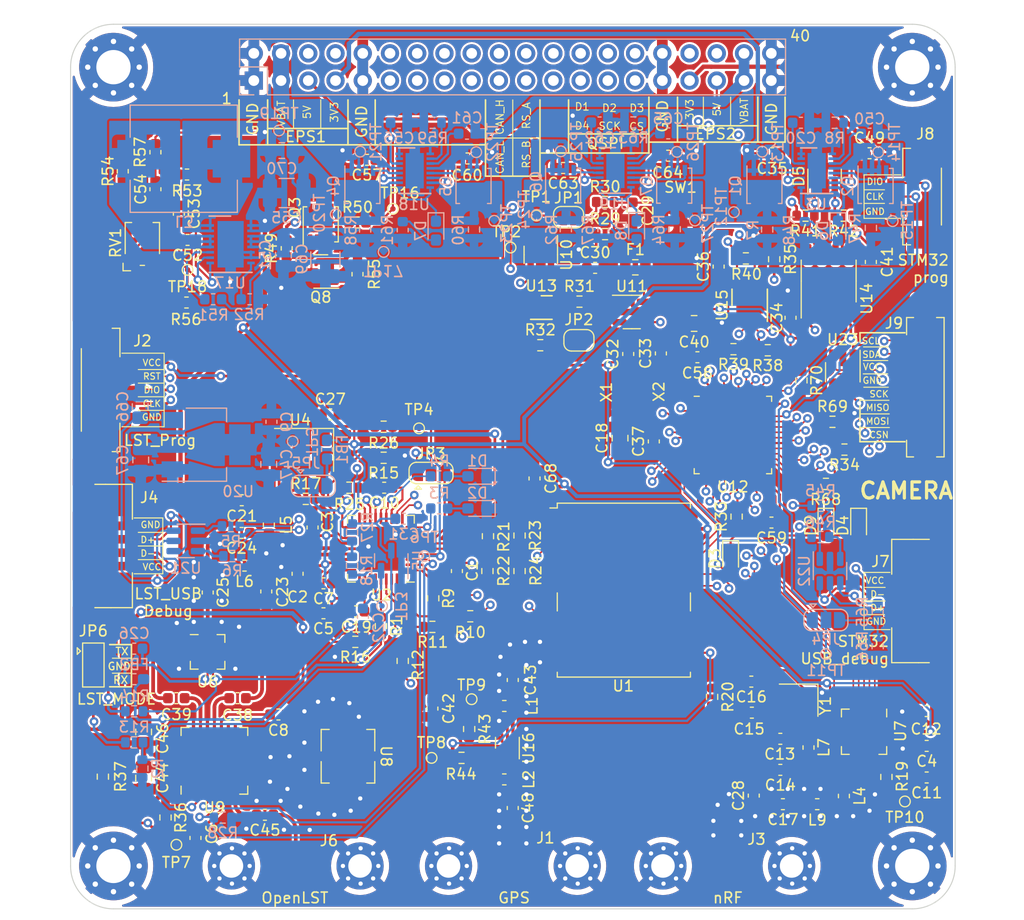
<source format=kicad_pcb>
(kicad_pcb (version 20211014) (generator pcbnew)

  (general
    (thickness 0.986)
  )

  (paper "A4")
  (layers
    (0 "F.Cu" power)
    (1 "In1.Cu" mixed)
    (2 "In2.Cu" mixed)
    (31 "B.Cu" power)
    (32 "B.Adhes" user "B.Adhesive")
    (33 "F.Adhes" user "F.Adhesive")
    (34 "B.Paste" user)
    (35 "F.Paste" user)
    (36 "B.SilkS" user "B.Silkscreen")
    (37 "F.SilkS" user "F.Silkscreen")
    (38 "B.Mask" user)
    (39 "F.Mask" user)
    (40 "Dwgs.User" user "User.Drawings")
    (41 "Cmts.User" user "User.Comments")
    (42 "Eco1.User" user "User.Eco1")
    (43 "Eco2.User" user "User.Eco2")
    (44 "Edge.Cuts" user)
    (45 "Margin" user)
    (46 "B.CrtYd" user "B.Courtyard")
    (47 "F.CrtYd" user "F.Courtyard")
    (48 "B.Fab" user)
    (49 "F.Fab" user)
    (50 "User.1" user)
    (51 "User.2" user)
    (52 "User.3" user)
    (53 "User.4" user)
    (54 "User.5" user)
    (55 "User.6" user)
    (56 "User.7" user)
    (57 "User.8" user)
    (58 "User.9" user)
  )

  (setup
    (stackup
      (layer "F.SilkS" (type "Top Silk Screen"))
      (layer "F.Paste" (type "Top Solder Paste"))
      (layer "F.Mask" (type "Top Solder Mask") (thickness 0.01))
      (layer "F.Cu" (type "copper") (thickness 0.018))
      (layer "dielectric 1" (type "core") (thickness 0.175) (material "FR4") (epsilon_r 4.5) (loss_tangent 0.02))
      (layer "In1.Cu" (type "copper") (thickness 0.035))
      (layer "dielectric 2" (type "prepreg") (thickness 0.51) (material "FR4") (epsilon_r 4.5) (loss_tangent 0.02))
      (layer "In2.Cu" (type "copper") (thickness 0.035))
      (layer "dielectric 3" (type "core") (thickness 0.175) (material "FR4") (epsilon_r 4.5) (loss_tangent 0.02))
      (layer "B.Cu" (type "copper") (thickness 0.018))
      (layer "B.Mask" (type "Bottom Solder Mask") (thickness 0.01))
      (layer "B.Paste" (type "Bottom Solder Paste"))
      (layer "B.SilkS" (type "Bottom Silk Screen"))
      (copper_finish "None")
      (dielectric_constraints no)
    )
    (pad_to_mask_clearance 0)
    (pcbplotparams
      (layerselection 0x00010fc_ffffffff)
      (disableapertmacros false)
      (usegerberextensions false)
      (usegerberattributes true)
      (usegerberadvancedattributes true)
      (creategerberjobfile true)
      (svguseinch false)
      (svgprecision 6)
      (excludeedgelayer true)
      (plotframeref false)
      (viasonmask false)
      (mode 1)
      (useauxorigin false)
      (hpglpennumber 1)
      (hpglpenspeed 20)
      (hpglpendiameter 15.000000)
      (dxfpolygonmode true)
      (dxfimperialunits true)
      (dxfusepcbnewfont true)
      (psnegative false)
      (psa4output false)
      (plotreference true)
      (plotvalue true)
      (plotinvisibletext false)
      (sketchpadsonfab false)
      (subtractmaskfromsilk false)
      (outputformat 1)
      (mirror false)
      (drillshape 1)
      (scaleselection 1)
      (outputdirectory "")
    )
  )

  (net 0 "")
  (net 1 "Net-(C1-Pad1)")
  (net 2 "GND")
  (net 3 "+3V3")
  (net 4 "/OpenLST (Beacon)/PA_VAPC")
  (net 5 "+3V8")
  (net 6 "/OpenLST (Beacon)/VDD_USB_LST")
  (net 7 "Net-(C12-Pad1)")
  (net 8 "Net-(C13-Pad2)")
  (net 9 "Net-(C15-Pad1)")
  (net 10 "Net-(C16-Pad1)")
  (net 11 "Net-(C17-Pad1)")
  (net 12 "Net-(C17-Pad2)")
  (net 13 "/MCU/MCU_POWER")
  (net 14 "Net-(C19-Pad1)")
  (net 15 "/3V3 power share/VCC_EN")
  (net 16 "Net-(C21-Pad2)")
  (net 17 "Net-(C22-Pad1)")
  (net 18 "Net-(C23-Pad2)")
  (net 19 "Net-(C24-Pad1)")
  (net 20 "Net-(C24-Pad2)")
  (net 21 "Net-(C25-Pad2)")
  (net 22 "Net-(C26-Pad1)")
  (net 23 "Net-(C29-Pad1)")
  (net 24 "/3V3 power share/EPS#1")
  (net 25 "Net-(C35-Pad2)")
  (net 26 "Net-(C38-Pad1)")
  (net 27 "Net-(C38-Pad2)")
  (net 28 "Net-(C39-Pad1)")
  (net 29 "Net-(C39-Pad2)")
  (net 30 "/MCU/VREF")
  (net 31 "Net-(C42-Pad1)")
  (net 32 "Net-(C43-Pad1)")
  (net 33 "Net-(C43-Pad2)")
  (net 34 "Net-(C45-Pad1)")
  (net 35 "Net-(C45-Pad2)")
  (net 36 "Net-(C48-Pad1)")
  (net 37 "Net-(C48-Pad2)")
  (net 38 "Net-(C49-Pad1)")
  (net 39 "/3V3 power share/EPS#2")
  (net 40 "Net-(C50-Pad1)")
  (net 41 "VIN")
  (net 42 "Net-(C52-Pad1)")
  (net 43 "Net-(C52-Pad2)")
  (net 44 "Net-(C53-Pad1)")
  (net 45 "Net-(C54-Pad1)")
  (net 46 "/Power Convertor/VBAT1/VCC_EN")
  (net 47 "/Power Convertor/EPS#1_VBAT")
  (net 48 "Net-(C57-Pad2)")
  (net 49 "Net-(C60-Pad1)")
  (net 50 "/Power Convertor/EPS#2_VBAT")
  (net 51 "Net-(C61-Pad1)")
  (net 52 "/5V power share/VCC_EN")
  (net 53 "/5V power share/EPS#1")
  (net 54 "Net-(C63-Pad2)")
  (net 55 "Net-(C64-Pad1)")
  (net 56 "/5V power share/EPS#2")
  (net 57 "Net-(C65-Pad1)")
  (net 58 "/OpenLST (Beacon)/USB_POWER_LST")
  (net 59 "Net-(D1-Pad2)")
  (net 60 "Net-(D2-Pad2)")
  (net 61 "Net-(D3-Pad1)")
  (net 62 "Net-(D4-Pad1)")
  (net 63 "/MCU/CAN_L")
  (net 64 "/MCU/CAN_H")
  (net 65 "Net-(D6-Pad1)")
  (net 66 "Net-(D6-Pad2)")
  (net 67 "Net-(D7-Pad1)")
  (net 68 "Net-(D7-Pad2)")
  (net 69 "Net-(D8-Pad1)")
  (net 70 "Net-(D8-Pad2)")
  (net 71 "Net-(D9-Pad1)")
  (net 72 "Net-(F1-Pad2)")
  (net 73 "Net-(FB1-Pad1)")
  (net 74 "/OpenLST (Beacon)/PROG_DD")
  (net 75 "/OpenLST (Beacon)/PROG_DC")
  (net 76 "/OpenLST (Beacon)/~{LST_RESET}")
  (net 77 "/MCU/USB_POWER")
  (net 78 "/MCU/SWCLK")
  (net 79 "/MCU/SWDIO")
  (net 80 "/MCU/QSPI_D1{slash}CAM_CSN")
  (net 81 "/MCU/QSPI_D2{slash}CAM_MOSI")
  (net 82 "/MCU/QSPI_D3{slash}CAM_MISO")
  (net 83 "/MCU/CAM_SCK")
  (net 84 "+5V")
  (net 85 "/I2C_SDA")
  (net 86 "/I2C_SCL")
  (net 87 "unconnected-(J12-Pad6)")
  (net 88 "unconnected-(J12-Pad8)")
  (net 89 "unconnected-(J12-Pad11)")
  (net 90 "unconnected-(J12-Pad12)")
  (net 91 "unconnected-(J12-Pad13)")
  (net 92 "unconnected-(J12-Pad14)")
  (net 93 "unconnected-(J12-Pad15)")
  (net 94 "unconnected-(J12-Pad16)")
  (net 95 "unconnected-(J12-Pad17)")
  (net 96 "unconnected-(J12-Pad18)")
  (net 97 "/MCU/RS_485_~{B}")
  (net 98 "/MCU/RS_485_A")
  (net 99 "unconnected-(J12-Pad23)")
  (net 100 "unconnected-(J12-Pad24)")
  (net 101 "/MCU/QSPI_D0")
  (net 102 "/MCU/QSPI_SCK")
  (net 103 "/MCU/QSPI_NCS")
  (net 104 "unconnected-(J12-Pad34)")
  (net 105 "unconnected-(J12-Pad36)")
  (net 106 "Net-(JP1-Pad1)")
  (net 107 "/MCU/NRST")
  (net 108 "Net-(JP2-Pad1)")
  (net 109 "Net-(JP2-Pad2)")
  (net 110 "/OpenLST (Beacon)/RF_EN")
  (net 111 "/OpenLST (Beacon)/RF_EN_MCU")
  (net 112 "/OpenLST (Beacon)/RF_PWR_EN")
  (net 113 "Net-(JP4-Pad3)")
  (net 114 "/MCU/VDD_USB")
  (net 115 "Net-(L3-Pad1)")
  (net 116 "Net-(L3-Pad2)")
  (net 117 "Net-(L4-Pad1)")
  (net 118 "Net-(L4-Pad2)")
  (net 119 "Net-(Q1-Pad5)")
  (net 120 "Net-(Q1-Pad4)")
  (net 121 "Net-(Q2-Pad4)")
  (net 122 "Net-(Q2-Pad5)")
  (net 123 "Net-(Q3-Pad4)")
  (net 124 "Net-(Q3-Pad5)")
  (net 125 "Net-(Q4-Pad5)")
  (net 126 "Net-(Q4-Pad4)")
  (net 127 "Net-(Q5-Pad4)")
  (net 128 "Net-(Q5-Pad5)")
  (net 129 "Net-(Q6-Pad5)")
  (net 130 "Net-(Q6-Pad4)")
  (net 131 "Net-(Q7-Pad4)")
  (net 132 "Net-(Q7-Pad5)")
  (net 133 "/OpenLST (Beacon)/~{LST_RX_MODE}")
  (net 134 "/OpenLST (Beacon)/LST_TX_MODE")
  (net 135 "Net-(R3-Pad2)")
  (net 136 "Net-(R4-Pad2)")
  (net 137 "Net-(R5-Pad1)")
  (net 138 "/OpenLST (Beacon)/USB_N")
  (net 139 "/OpenLST (Beacon)/USB_P")
  (net 140 "Net-(R6-Pad2)")
  (net 141 "Net-(R8-Pad2)")
  (net 142 "Net-(R9-Pad1)")
  (net 143 "/OpenLST (Beacon)/UART0_CTS")
  (net 144 "Net-(R10-Pad1)")
  (net 145 "/OpenLST (Beacon)/UART0_RTS")
  (net 146 "Net-(R11-Pad1)")
  (net 147 "/OpenLST (Beacon)/UART0_RX")
  (net 148 "Net-(R12-Pad1)")
  (net 149 "/OpenLST (Beacon)/UART0_TX")
  (net 150 "Net-(R15-Pad2)")
  (net 151 "Net-(R16-Pad2)")
  (net 152 "Net-(R17-Pad1)")
  (net 153 "Net-(R17-Pad2)")
  (net 154 "Net-(R19-Pad2)")
  (net 155 "/OpenLST (Beacon)/AN0")
  (net 156 "/OpenLST (Beacon)/AN1")
  (net 157 "Net-(R25-Pad2)")
  (net 158 "/OpenLST (Beacon)/RF_BYP")
  (net 159 "Net-(R32-Pad1)")
  (net 160 "/MCU/LED2")
  (net 161 "/MCU/CAN_RS")
  (net 162 "/MCU/RS_485_R_EN")
  (net 163 "/MCU/RS_485_T_EN")
  (net 164 "Net-(R43-Pad2)")
  (net 165 "Net-(R44-Pad1)")
  (net 166 "Net-(R44-Pad2)")
  (net 167 "Net-(R45-Pad1)")
  (net 168 "/MCU/USB_N")
  (net 169 "/MCU/USB_P")
  (net 170 "Net-(R46-Pad2)")
  (net 171 "Net-(R51-Pad2)")
  (net 172 "Net-(R52-Pad1)")
  (net 173 "Net-(R54-Pad2)")
  (net 174 "Net-(R59-Pad2)")
  (net 175 "Net-(R63-Pad2)")
  (net 176 "unconnected-(U1-Pad1)")
  (net 177 "unconnected-(U1-Pad3)")
  (net 178 "/GPS Module/IRQ")
  (net 179 "unconnected-(U1-Pad5)")
  (net 180 "unconnected-(U1-Pad6)")
  (net 181 "/GPS Module/RESET")
  (net 182 "unconnected-(U1-Pad15)")
  (net 183 "unconnected-(U1-Pad16)")
  (net 184 "unconnected-(U1-Pad17)")
  (net 185 "/GPS Module/TXD")
  (net 186 "/GPS Module/RXD")
  (net 187 "unconnected-(U2-Pad8)")
  (net 188 "unconnected-(U2-Pad18)")
  (net 189 "unconnected-(U2-Pad20)")
  (net 190 "/MCU/NRF_CE")
  (net 191 "/MCU/NRF_SPI_CSN")
  (net 192 "/MCU/NRF_SPI_SCK")
  (net 193 "/MCU/NRF_SPI_MOSI")
  (net 194 "/MCU/NRF_SPI_MISO")
  (net 195 "/MCU/NRF_IRQ")
  (net 196 "Net-(U8-Pad2)")
  (net 197 "Net-(U8-Pad6)")
  (net 198 "unconnected-(U9-Pad14)")
  (net 199 "unconnected-(U9-Pad16)")
  (net 200 "unconnected-(U9-Pad25)")
  (net 201 "unconnected-(U10-Pad3)")
  (net 202 "/MCU/WDG_RESET")
  (net 203 "unconnected-(U11-Pad3)")
  (net 204 "unconnected-(U12-Pad1)")
  (net 205 "/MCU/LSE")
  (net 206 "/MCU/HSE")
  (net 207 "/MCU/CAN_RX")
  (net 208 "/MCU/CAN_TX")
  (net 209 "unconnected-(U13-Pad3)")
  (net 210 "/MCU/RS_485_R")
  (net 211 "/MCU/RS_485_T")
  (net 212 "unconnected-(U15-Pad7)")
  (net 213 "Net-(JP6-Pad3)")
  (net 214 "/camera/CAM_VCC")
  (net 215 "Net-(R70-Pad1)")
  (net 216 "Net-(J4-Pad2)")
  (net 217 "Net-(J4-Pad3)")
  (net 218 "Net-(J7-Pad2)")
  (net 219 "Net-(J7-Pad3)")
  (net 220 "Net-(JP6-Pad1)")
  (net 221 "unconnected-(X1-Pad1)")

  (footprint "Capacitor_SMD:C_0805_2012Metric_Pad1.18x1.45mm_HandSolder" (layer "F.Cu") (at 143.1544 71.9044))

  (footprint "TCY_Buttons:KMT031NGJLHS" (layer "F.Cu") (at 141.8844 61.5881))

  (footprint "Resistor_SMD:R_0603_1608Metric" (layer "F.Cu") (at 93.853 117.983 90))

  (footprint "Resistor_SMD:R_0603_1608Metric" (layer "F.Cu") (at 157.099 61.849 180))

  (footprint "Package_DFN_QFN:QFN-20-1EP_4x4mm_P0.5mm_EP2.5x2.5mm" (layer "F.Cu") (at 159.004 109.982 -90))

  (footprint "MountingHole:MountingHole_3.2mm_M3_Pad_Via" (layer "F.Cu") (at 163.5 122.5))

  (footprint "Resistor_SMD:R_0603_1608Metric" (layer "F.Cu") (at 123.9266 91.7448 90))

  (footprint "Capacitor_SMD:C_0603_1608Metric" (layer "F.Cu") (at 94.8583 106.8505))

  (footprint "Resistor_SMD:R_0603_1608Metric" (layer "F.Cu") (at 147.9804 65.8368 180))

  (footprint "Inductor_SMD:L_0603_1608Metric" (layer "F.Cu") (at 103.492 90.678 -90))

  (footprint "Resistor_SMD:R_0603_1608Metric" (layer "F.Cu") (at 121.4628 112.4204))

  (footprint "MountingHole:MountingHole_3.2mm_M3_Pad_Via" (layer "F.Cu") (at 89 48))

  (footprint "Capacitor_SMD:C_0603_1608Metric" (layer "F.Cu") (at 100.965 88.392))

  (footprint "TCY_Connector:Amphenol 10114830-11104LF 1x04 Vertical" (layer "F.Cu") (at 88.265 92.6592 -90))

  (footprint "Capacitor_SMD:C_0603_1608Metric" (layer "F.Cu") (at 128.27 86.36 90))

  (footprint "Capacitor_SMD:C_0603_1608Metric" (layer "F.Cu") (at 152.146 71.374 90))

  (footprint "Resistor_SMD:R_0603_1608Metric" (layer "F.Cu") (at 153.162 77.216 -90))

  (footprint "Capacitor_SMD:C_0603_1608Metric" (layer "F.Cu") (at 114.2492 87.2236 180))

  (footprint "Inductor_SMD:L_0603_1608Metric" (layer "F.Cu") (at 125.45 114.427 180))

  (footprint "RF_GPS:ublox_NEO" (layer "F.Cu") (at 136.6012 96.774))

  (footprint "Package_TO_SOT_SMD:SOT-23-6_Handsoldering" (layer "F.Cu") (at 157.0228 76.454 -90))

  (footprint "Capacitor_SMD:C_0603_1608Metric" (layer "F.Cu") (at 108.585 96.139 180))

  (footprint "Inductor_SMD:L_0603_1608Metric" (layer "F.Cu") (at 105.156 64.897 90))

  (footprint "Resistor_SMD:R_0603_1608Metric" (layer "F.Cu") (at 161.0868 114.1984 90))

  (footprint "Jumper:SolderJumper-2_P1.3mm_Open_RoundedPad1.0x1.5mm" (layer "F.Cu") (at 132.4108 73.4753 180))

  (footprint "Capacitor_SMD:C_0603_1608Metric" (layer "F.Cu") (at 118.745 107.823 -90))

  (footprint "Jumper:SolderJumper-2_P1.3mm_Open_RoundedPad1.0x1.5mm" (layer "F.Cu") (at 131.4456 61.9945))

  (footprint "Inductor_SMD:L_0603_1608Metric" (layer "F.Cu") (at 95.8596 58.0136))

  (footprint "Capacitor_SMD:C_0603_1608Metric" (layer "F.Cu") (at 133.9218 66.7189))

  (footprint "Capacitor_SMD:C_0603_1608Metric" (layer "F.Cu") (at 126.24 105.156 -90))

  (footprint "Capacitor_SMD:C_0603_1608Metric" (layer "F.Cu") (at 151.1938 113.538))

  (footprint "MountingHole:MountingHole_3.2mm_M3_Pad_Via" (layer "F.Cu") (at 163.5 48))

  (footprint "Resistor_SMD:R_0603_1608Metric" (layer "F.Cu") (at 111.5568 101.6 180))

  (footprint "Resistor_SMD:R_0603_1608Metric" (layer "F.Cu") (at 118.8212 97.536 -90))

  (footprint "Resistor_SMD:R_0603_1608Metric" (layer "F.Cu") (at 134.8492 60.5721))

  (footprint "Resistor_SMD:R_0603_1608Metric" (layer "F.Cu") (at 157.1752 83.6676 180))

  (footprint "Capacitor_SMD:C_0603_1608Metric" (layer "F.Cu") (at 122.0216 56.515))

  (footprint "TCY_Connector:TestPoint_Pad_D0.5mm" (layer "F.Cu") (at 122.4026 106.947))

  (footprint "Resistor_SMD:R_0603_1608Metric" (layer "F.Cu") (at 126.873 94.996 90))

  (footprint "Resistor_SMD:R_0603_1608Metric" (layer "F.Cu") (at 115.9764 103.378 -90))

  (footprint "Capacitor_SMD:C_0603_1608Metric" (layer "F.Cu") (at 139.3952 82.9056 90))

  (footprint "Resistor_SMD:R_0603_1608Metric" (layer "F.Cu") (at 110.998 87.2236))

  (footprint "Resistor_SMD:R_0603_1608Metric" (layer "F.Cu") (at 113.9444 100.1268 90))

  (footprint "footprints:iPEX" (layer "F.Cu") (at 146.25 122.5 180))

  (footprint "Capacitor_SMD:C_0603_1608Metric" (layer "F.Cu") (at 148.717 115.938 90))

  (footprint "Capacitor_SMD:C_0603_1608Metric" (layer "F.Cu") (at 164.846 114.2492 180))

  (footprint "Capacitor_SMD:C_0603_1608Metric" (layer "F.Cu") (at 112.649 56.642))

  (footprint "Inductor_SMD:L_0603_1608Metric" (layer "F.Cu") (at 153.8224 111.4552 -90))

  (footprint "Capacitor_SMD:C_0603_1608Metric" (layer "F.Cu") (at 137.414 61.3849 -90))

  (footprint "Capacitor_SMD:C_0603_1608Metric" (layer "F.Cu") (at 159.517223 56.0263))

  (footprint "Resistor_SMD:R_0603_1608Metric" (layer "F.Cu") (at 144.8308 106.7308 90))

  (footprint "Resistor_SMD:R_0603_1608Metric" (layer "F.Cu") (at 123.8758 94.996 90))

  (footprint "footprints:iPEX" (layer "F.Cu") (at 106 122.5 180))

  (footprint "Capacitor_SMD:C_0603_1608Metric" (layer "F.Cu") (at 100.952 91.44 180))

  (footprint "TCY_Connector:TestPoint_Pad_D0.5mm" (layer "F.Cu") (at 117.5004 81.6864))

  (footprint "Package_DFN_QFN:DFN-10-1EP_3x3mm_P0.5mm_EP1.55x2.48mm" (layer "F.Cu")
    (tedit 5EA4BECA) (tstamp 64263d5c-9427-4c92-a73a-afe8e63e20fb)
    (at 148.336 70.2056 90)
    (descr "10-Lead Plastic Dual Flat, No Lead Package (MF) - 3x3x0.9 mm Body [DFN] (see Microchip Packaging Specification 00000049BS.pdf)")
    (tags "DFN 0.5")
    (property "Sheetfile" "mcu_comm.kicad_sch")
    (property "Sheetname" "MCU")
    (path "/81a5172c-b171-400d-8856-41d6e486bdd1/a66e8b44-b972-4f7b-ba80-f64e58de1944")
    (attr smd)
    (fp_text reference "U15" (at 0 -2.575 90) (layer "F.SilkS")
      (effects (font (size 1 1) (thickness 0.15)))
      (tstamp af58d6aa-33e4-4da2-8ea3-2304125e31c0)
    )
    (fp_text value "MAX13430ETB+" (at 0 2.575 90) (layer "F.Fab")
      (effects (font (size 1 1) (thickness 0.15)))
      (tstamp 94937ca0-c1d9-424d-88cf-010fb503f8a5)
    )
    (fp_text user "${REFERENCE}" (at 0 0 90) (layer "F.Fab")
      (effects (font (size 0.7 0.7) (thickness 0.105)))
      (tstamp 67a55320-79e2-4952-9d6a-671cbdcfc9f7)
    )
    (fp_line (start -1.5 1.65) (end 1.5 1.65) (layer "F.SilkS") (width 0.15) (tstamp 47b3834c-8a87-4af3-9143-c88b9cd89304))
    (fp_line (start 0 -1.65) (end 1.5 -1.65) (layer "F.SilkS") (width 0.15) (tstamp adc74667-5dec-4b95-9d35-ffc7db9ad260))
    (fp_line (start -2.15 -1.85) (end -2.15 1.85) (layer "F.CrtYd") (width 0.05) (tstamp 20c401b1-c1bb-42cd-8ef2-fd89663a6cf3))
    (fp_line (start -2.15 1.85) (end 2.15 1.85) (layer "F.CrtYd") (width 0.05) (tstamp a7098063-91db-4dae-8c97-631051e8de0e))
    (fp_line (start 2.15 -1.85) (end 2.15 1.85) (layer "F.CrtYd") (width 0.05) (tstamp d1594cc0-0357-4de5-8d76-bb3a044297b2))
    (fp_line (start -2.15 -1.85) (end 2.15 -1.85) (layer "F.CrtYd") (width 0.05) (tstamp d500cfb3-be5f-4c90-8432-d0e5e29eda2a))
    (fp_line (start -1.5 -0.5) (end -0.5 -1.5) (layer "F.Fab") (width 0.15) (tstamp 4013842c-f594-4f18-a07a-785be971cdaf))
    (fp_line (start -1.5 1.5) (end -1.5 -0.5) (layer "F.Fab") (width 0.15) (tstamp 68cc97a1-6c76-411f-a28b-36162918d55d))
    (fp_line (start 1.5 1.5) (end -1.5 1.5) (layer "F.Fab") (width 0.15) (tstamp 6a2b63d3-b52c-4af8-b72e-63fe811d3d24))
    (fp_line (start 1.5 -1.5) (end 1.5 1.5) (layer "F.Fab") (width 0.15) (tstamp b6b0b082-3ad5-486d-9247-7e4db31838ef))
    (fp_line (start -0.5 -1.5) (end 1.5 -1.5) (layer "F.Fab") (width 0.15) (tstamp c40a33aa-f777-4109-9efd-12123c039897))
    (pad "" smd rect locked (at 0.3875 0.62 90) (size 0.6 1.05) (layers "F.Paste") (tstamp 13432df8-5be2-422d-b431-13bedccbff4d))
    (pad "" smd rect locked (at -0.3875 -0.62 90) (size 0.6 1.05) (layers "F.Paste") (tstamp 4be9d67c-a6f3-435e-8133-0f53bd74a878))
    (pad "" smd rect locked (at -0.3875 0.62 90) (size 0.6 1.05) (layers "F.Paste") (tstamp 5d69c2f3-acbd-4c54-bda2-b7785c2010cf))
    (pad "" smd rect locked (at 0.3875 -0.62 90) (size 
... [3815734 chars truncated]
</source>
